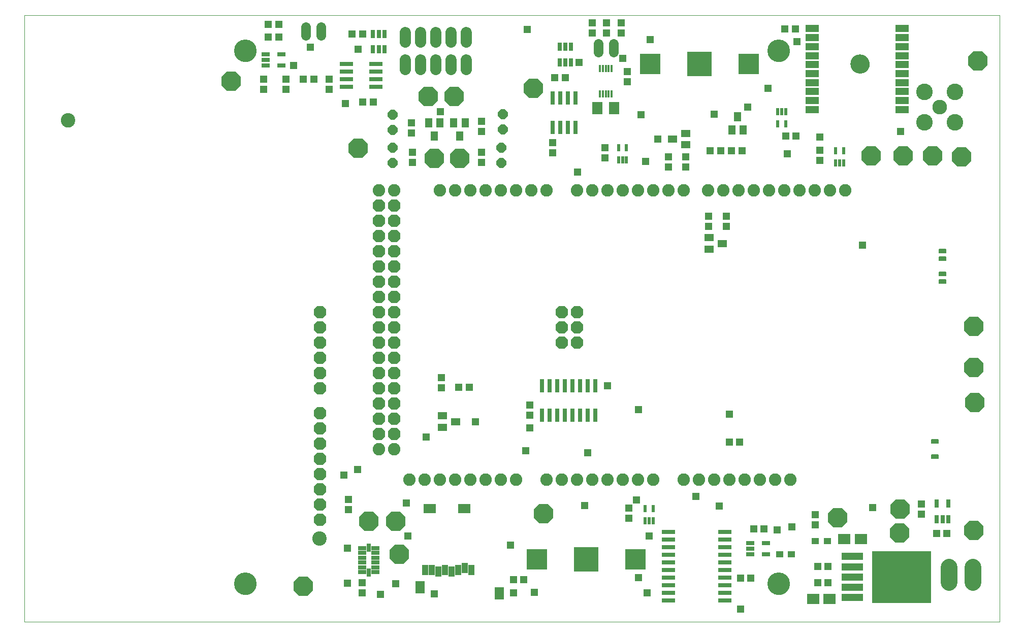
<source format=gts>
G75*
%MOIN*%
%OFA0B0*%
%FSLAX25Y25*%
%IPPOS*%
%LPD*%
%AMOC8*
5,1,8,0,0,1.08239X$1,22.5*
%
%ADD10C,0.00000*%
%ADD11C,0.14800*%
%ADD12R,0.05800X0.03000*%
%ADD13R,0.04737X0.03950*%
%ADD14C,0.10839*%
%ADD15R,0.04737X0.05131*%
%ADD16OC8,0.12800*%
%ADD17R,0.38595X0.34265*%
%ADD18R,0.14186X0.04737*%
%ADD19R,0.05131X0.04737*%
%ADD20R,0.08595X0.02887*%
%ADD21R,0.16154X0.16154*%
%ADD22R,0.13398X0.13398*%
%ADD23R,0.08477X0.06706*%
%ADD24R,0.07887X0.06312*%
%ADD25R,0.06312X0.08280*%
%ADD26R,0.03950X0.06706*%
%ADD27C,0.08200*%
%ADD28OC8,0.08200*%
%ADD29C,0.00560*%
%ADD30C,0.09461*%
%ADD31R,0.02965X0.05524*%
%ADD32R,0.05328X0.02965*%
%ADD33R,0.02965X0.05328*%
%ADD34R,0.02800X0.08600*%
%ADD35R,0.02200X0.04800*%
%ADD36R,0.08674X0.04737*%
%ADD37C,0.12611*%
%ADD38C,0.09650*%
%ADD39C,0.10850*%
%ADD40R,0.04737X0.06312*%
%ADD41OC8,0.06400*%
%ADD42R,0.03000X0.05800*%
%ADD43R,0.02900X0.08600*%
%ADD44C,0.06400*%
%ADD45C,0.07200*%
%ADD46R,0.08600X0.02900*%
%ADD47R,0.01784X0.04737*%
%ADD48R,0.07099X0.07898*%
%ADD49R,0.06312X0.04737*%
%ADD50R,0.04762X0.04762*%
D10*
X0006800Y0006896D02*
X0006800Y0405396D01*
X0646800Y0405396D01*
X0646800Y0006896D01*
X0006800Y0006896D01*
X0144800Y0031896D02*
X0144802Y0032068D01*
X0144808Y0032239D01*
X0144819Y0032411D01*
X0144834Y0032582D01*
X0144853Y0032753D01*
X0144876Y0032923D01*
X0144903Y0033093D01*
X0144935Y0033262D01*
X0144970Y0033430D01*
X0145010Y0033597D01*
X0145054Y0033763D01*
X0145101Y0033928D01*
X0145153Y0034092D01*
X0145209Y0034254D01*
X0145269Y0034415D01*
X0145333Y0034575D01*
X0145401Y0034733D01*
X0145472Y0034889D01*
X0145547Y0035043D01*
X0145627Y0035196D01*
X0145709Y0035346D01*
X0145796Y0035495D01*
X0145886Y0035641D01*
X0145980Y0035785D01*
X0146077Y0035927D01*
X0146178Y0036066D01*
X0146282Y0036203D01*
X0146389Y0036337D01*
X0146500Y0036468D01*
X0146613Y0036597D01*
X0146730Y0036723D01*
X0146850Y0036846D01*
X0146973Y0036966D01*
X0147099Y0037083D01*
X0147228Y0037196D01*
X0147359Y0037307D01*
X0147493Y0037414D01*
X0147630Y0037518D01*
X0147769Y0037619D01*
X0147911Y0037716D01*
X0148055Y0037810D01*
X0148201Y0037900D01*
X0148350Y0037987D01*
X0148500Y0038069D01*
X0148653Y0038149D01*
X0148807Y0038224D01*
X0148963Y0038295D01*
X0149121Y0038363D01*
X0149281Y0038427D01*
X0149442Y0038487D01*
X0149604Y0038543D01*
X0149768Y0038595D01*
X0149933Y0038642D01*
X0150099Y0038686D01*
X0150266Y0038726D01*
X0150434Y0038761D01*
X0150603Y0038793D01*
X0150773Y0038820D01*
X0150943Y0038843D01*
X0151114Y0038862D01*
X0151285Y0038877D01*
X0151457Y0038888D01*
X0151628Y0038894D01*
X0151800Y0038896D01*
X0151972Y0038894D01*
X0152143Y0038888D01*
X0152315Y0038877D01*
X0152486Y0038862D01*
X0152657Y0038843D01*
X0152827Y0038820D01*
X0152997Y0038793D01*
X0153166Y0038761D01*
X0153334Y0038726D01*
X0153501Y0038686D01*
X0153667Y0038642D01*
X0153832Y0038595D01*
X0153996Y0038543D01*
X0154158Y0038487D01*
X0154319Y0038427D01*
X0154479Y0038363D01*
X0154637Y0038295D01*
X0154793Y0038224D01*
X0154947Y0038149D01*
X0155100Y0038069D01*
X0155250Y0037987D01*
X0155399Y0037900D01*
X0155545Y0037810D01*
X0155689Y0037716D01*
X0155831Y0037619D01*
X0155970Y0037518D01*
X0156107Y0037414D01*
X0156241Y0037307D01*
X0156372Y0037196D01*
X0156501Y0037083D01*
X0156627Y0036966D01*
X0156750Y0036846D01*
X0156870Y0036723D01*
X0156987Y0036597D01*
X0157100Y0036468D01*
X0157211Y0036337D01*
X0157318Y0036203D01*
X0157422Y0036066D01*
X0157523Y0035927D01*
X0157620Y0035785D01*
X0157714Y0035641D01*
X0157804Y0035495D01*
X0157891Y0035346D01*
X0157973Y0035196D01*
X0158053Y0035043D01*
X0158128Y0034889D01*
X0158199Y0034733D01*
X0158267Y0034575D01*
X0158331Y0034415D01*
X0158391Y0034254D01*
X0158447Y0034092D01*
X0158499Y0033928D01*
X0158546Y0033763D01*
X0158590Y0033597D01*
X0158630Y0033430D01*
X0158665Y0033262D01*
X0158697Y0033093D01*
X0158724Y0032923D01*
X0158747Y0032753D01*
X0158766Y0032582D01*
X0158781Y0032411D01*
X0158792Y0032239D01*
X0158798Y0032068D01*
X0158800Y0031896D01*
X0158798Y0031724D01*
X0158792Y0031553D01*
X0158781Y0031381D01*
X0158766Y0031210D01*
X0158747Y0031039D01*
X0158724Y0030869D01*
X0158697Y0030699D01*
X0158665Y0030530D01*
X0158630Y0030362D01*
X0158590Y0030195D01*
X0158546Y0030029D01*
X0158499Y0029864D01*
X0158447Y0029700D01*
X0158391Y0029538D01*
X0158331Y0029377D01*
X0158267Y0029217D01*
X0158199Y0029059D01*
X0158128Y0028903D01*
X0158053Y0028749D01*
X0157973Y0028596D01*
X0157891Y0028446D01*
X0157804Y0028297D01*
X0157714Y0028151D01*
X0157620Y0028007D01*
X0157523Y0027865D01*
X0157422Y0027726D01*
X0157318Y0027589D01*
X0157211Y0027455D01*
X0157100Y0027324D01*
X0156987Y0027195D01*
X0156870Y0027069D01*
X0156750Y0026946D01*
X0156627Y0026826D01*
X0156501Y0026709D01*
X0156372Y0026596D01*
X0156241Y0026485D01*
X0156107Y0026378D01*
X0155970Y0026274D01*
X0155831Y0026173D01*
X0155689Y0026076D01*
X0155545Y0025982D01*
X0155399Y0025892D01*
X0155250Y0025805D01*
X0155100Y0025723D01*
X0154947Y0025643D01*
X0154793Y0025568D01*
X0154637Y0025497D01*
X0154479Y0025429D01*
X0154319Y0025365D01*
X0154158Y0025305D01*
X0153996Y0025249D01*
X0153832Y0025197D01*
X0153667Y0025150D01*
X0153501Y0025106D01*
X0153334Y0025066D01*
X0153166Y0025031D01*
X0152997Y0024999D01*
X0152827Y0024972D01*
X0152657Y0024949D01*
X0152486Y0024930D01*
X0152315Y0024915D01*
X0152143Y0024904D01*
X0151972Y0024898D01*
X0151800Y0024896D01*
X0151628Y0024898D01*
X0151457Y0024904D01*
X0151285Y0024915D01*
X0151114Y0024930D01*
X0150943Y0024949D01*
X0150773Y0024972D01*
X0150603Y0024999D01*
X0150434Y0025031D01*
X0150266Y0025066D01*
X0150099Y0025106D01*
X0149933Y0025150D01*
X0149768Y0025197D01*
X0149604Y0025249D01*
X0149442Y0025305D01*
X0149281Y0025365D01*
X0149121Y0025429D01*
X0148963Y0025497D01*
X0148807Y0025568D01*
X0148653Y0025643D01*
X0148500Y0025723D01*
X0148350Y0025805D01*
X0148201Y0025892D01*
X0148055Y0025982D01*
X0147911Y0026076D01*
X0147769Y0026173D01*
X0147630Y0026274D01*
X0147493Y0026378D01*
X0147359Y0026485D01*
X0147228Y0026596D01*
X0147099Y0026709D01*
X0146973Y0026826D01*
X0146850Y0026946D01*
X0146730Y0027069D01*
X0146613Y0027195D01*
X0146500Y0027324D01*
X0146389Y0027455D01*
X0146282Y0027589D01*
X0146178Y0027726D01*
X0146077Y0027865D01*
X0145980Y0028007D01*
X0145886Y0028151D01*
X0145796Y0028297D01*
X0145709Y0028446D01*
X0145627Y0028596D01*
X0145547Y0028749D01*
X0145472Y0028903D01*
X0145401Y0029059D01*
X0145333Y0029217D01*
X0145269Y0029377D01*
X0145209Y0029538D01*
X0145153Y0029700D01*
X0145101Y0029864D01*
X0145054Y0030029D01*
X0145010Y0030195D01*
X0144970Y0030362D01*
X0144935Y0030530D01*
X0144903Y0030699D01*
X0144876Y0030869D01*
X0144853Y0031039D01*
X0144834Y0031210D01*
X0144819Y0031381D01*
X0144808Y0031553D01*
X0144802Y0031724D01*
X0144800Y0031896D01*
X0195989Y0061739D02*
X0195991Y0061870D01*
X0195997Y0062002D01*
X0196007Y0062133D01*
X0196021Y0062264D01*
X0196039Y0062394D01*
X0196061Y0062523D01*
X0196086Y0062652D01*
X0196116Y0062780D01*
X0196150Y0062907D01*
X0196187Y0063034D01*
X0196228Y0063158D01*
X0196273Y0063282D01*
X0196322Y0063404D01*
X0196374Y0063525D01*
X0196430Y0063643D01*
X0196490Y0063761D01*
X0196553Y0063876D01*
X0196620Y0063989D01*
X0196690Y0064101D01*
X0196763Y0064210D01*
X0196839Y0064316D01*
X0196919Y0064421D01*
X0197002Y0064523D01*
X0197088Y0064622D01*
X0197177Y0064719D01*
X0197269Y0064813D01*
X0197364Y0064904D01*
X0197461Y0064993D01*
X0197561Y0065078D01*
X0197664Y0065160D01*
X0197769Y0065239D01*
X0197876Y0065315D01*
X0197986Y0065387D01*
X0198098Y0065456D01*
X0198212Y0065522D01*
X0198327Y0065584D01*
X0198445Y0065643D01*
X0198564Y0065698D01*
X0198685Y0065750D01*
X0198808Y0065797D01*
X0198932Y0065841D01*
X0199057Y0065882D01*
X0199183Y0065918D01*
X0199311Y0065951D01*
X0199439Y0065979D01*
X0199568Y0066004D01*
X0199698Y0066025D01*
X0199828Y0066042D01*
X0199959Y0066055D01*
X0200090Y0066064D01*
X0200221Y0066069D01*
X0200353Y0066070D01*
X0200484Y0066067D01*
X0200616Y0066060D01*
X0200747Y0066049D01*
X0200877Y0066034D01*
X0201007Y0066015D01*
X0201137Y0065992D01*
X0201265Y0065966D01*
X0201393Y0065935D01*
X0201520Y0065900D01*
X0201646Y0065862D01*
X0201770Y0065820D01*
X0201894Y0065774D01*
X0202015Y0065724D01*
X0202135Y0065671D01*
X0202254Y0065614D01*
X0202371Y0065554D01*
X0202485Y0065490D01*
X0202598Y0065422D01*
X0202709Y0065351D01*
X0202818Y0065277D01*
X0202924Y0065200D01*
X0203028Y0065119D01*
X0203129Y0065036D01*
X0203228Y0064949D01*
X0203324Y0064859D01*
X0203417Y0064766D01*
X0203508Y0064671D01*
X0203595Y0064573D01*
X0203680Y0064472D01*
X0203761Y0064369D01*
X0203839Y0064263D01*
X0203914Y0064155D01*
X0203986Y0064045D01*
X0204054Y0063933D01*
X0204119Y0063819D01*
X0204180Y0063702D01*
X0204238Y0063584D01*
X0204292Y0063464D01*
X0204343Y0063343D01*
X0204390Y0063220D01*
X0204433Y0063096D01*
X0204472Y0062971D01*
X0204508Y0062844D01*
X0204539Y0062716D01*
X0204567Y0062588D01*
X0204591Y0062459D01*
X0204611Y0062329D01*
X0204627Y0062198D01*
X0204639Y0062067D01*
X0204647Y0061936D01*
X0204651Y0061805D01*
X0204651Y0061673D01*
X0204647Y0061542D01*
X0204639Y0061411D01*
X0204627Y0061280D01*
X0204611Y0061149D01*
X0204591Y0061019D01*
X0204567Y0060890D01*
X0204539Y0060762D01*
X0204508Y0060634D01*
X0204472Y0060507D01*
X0204433Y0060382D01*
X0204390Y0060258D01*
X0204343Y0060135D01*
X0204292Y0060014D01*
X0204238Y0059894D01*
X0204180Y0059776D01*
X0204119Y0059659D01*
X0204054Y0059545D01*
X0203986Y0059433D01*
X0203914Y0059323D01*
X0203839Y0059215D01*
X0203761Y0059109D01*
X0203680Y0059006D01*
X0203595Y0058905D01*
X0203508Y0058807D01*
X0203417Y0058712D01*
X0203324Y0058619D01*
X0203228Y0058529D01*
X0203129Y0058442D01*
X0203028Y0058359D01*
X0202924Y0058278D01*
X0202818Y0058201D01*
X0202709Y0058127D01*
X0202598Y0058056D01*
X0202486Y0057988D01*
X0202371Y0057924D01*
X0202254Y0057864D01*
X0202135Y0057807D01*
X0202015Y0057754D01*
X0201894Y0057704D01*
X0201770Y0057658D01*
X0201646Y0057616D01*
X0201520Y0057578D01*
X0201393Y0057543D01*
X0201265Y0057512D01*
X0201137Y0057486D01*
X0201007Y0057463D01*
X0200877Y0057444D01*
X0200747Y0057429D01*
X0200616Y0057418D01*
X0200484Y0057411D01*
X0200353Y0057408D01*
X0200221Y0057409D01*
X0200090Y0057414D01*
X0199959Y0057423D01*
X0199828Y0057436D01*
X0199698Y0057453D01*
X0199568Y0057474D01*
X0199439Y0057499D01*
X0199311Y0057527D01*
X0199183Y0057560D01*
X0199057Y0057596D01*
X0198932Y0057637D01*
X0198808Y0057681D01*
X0198685Y0057728D01*
X0198564Y0057780D01*
X0198445Y0057835D01*
X0198327Y0057894D01*
X0198212Y0057956D01*
X0198098Y0058022D01*
X0197986Y0058091D01*
X0197876Y0058163D01*
X0197769Y0058239D01*
X0197664Y0058318D01*
X0197561Y0058400D01*
X0197461Y0058485D01*
X0197364Y0058574D01*
X0197269Y0058665D01*
X0197177Y0058759D01*
X0197088Y0058856D01*
X0197002Y0058955D01*
X0196919Y0059057D01*
X0196839Y0059162D01*
X0196763Y0059268D01*
X0196690Y0059377D01*
X0196620Y0059489D01*
X0196553Y0059602D01*
X0196490Y0059717D01*
X0196430Y0059835D01*
X0196374Y0059953D01*
X0196322Y0060074D01*
X0196273Y0060196D01*
X0196228Y0060320D01*
X0196187Y0060444D01*
X0196150Y0060571D01*
X0196116Y0060698D01*
X0196086Y0060826D01*
X0196061Y0060955D01*
X0196039Y0061084D01*
X0196021Y0061214D01*
X0196007Y0061345D01*
X0195997Y0061476D01*
X0195991Y0061608D01*
X0195989Y0061739D01*
X0494800Y0031896D02*
X0494802Y0032068D01*
X0494808Y0032239D01*
X0494819Y0032411D01*
X0494834Y0032582D01*
X0494853Y0032753D01*
X0494876Y0032923D01*
X0494903Y0033093D01*
X0494935Y0033262D01*
X0494970Y0033430D01*
X0495010Y0033597D01*
X0495054Y0033763D01*
X0495101Y0033928D01*
X0495153Y0034092D01*
X0495209Y0034254D01*
X0495269Y0034415D01*
X0495333Y0034575D01*
X0495401Y0034733D01*
X0495472Y0034889D01*
X0495547Y0035043D01*
X0495627Y0035196D01*
X0495709Y0035346D01*
X0495796Y0035495D01*
X0495886Y0035641D01*
X0495980Y0035785D01*
X0496077Y0035927D01*
X0496178Y0036066D01*
X0496282Y0036203D01*
X0496389Y0036337D01*
X0496500Y0036468D01*
X0496613Y0036597D01*
X0496730Y0036723D01*
X0496850Y0036846D01*
X0496973Y0036966D01*
X0497099Y0037083D01*
X0497228Y0037196D01*
X0497359Y0037307D01*
X0497493Y0037414D01*
X0497630Y0037518D01*
X0497769Y0037619D01*
X0497911Y0037716D01*
X0498055Y0037810D01*
X0498201Y0037900D01*
X0498350Y0037987D01*
X0498500Y0038069D01*
X0498653Y0038149D01*
X0498807Y0038224D01*
X0498963Y0038295D01*
X0499121Y0038363D01*
X0499281Y0038427D01*
X0499442Y0038487D01*
X0499604Y0038543D01*
X0499768Y0038595D01*
X0499933Y0038642D01*
X0500099Y0038686D01*
X0500266Y0038726D01*
X0500434Y0038761D01*
X0500603Y0038793D01*
X0500773Y0038820D01*
X0500943Y0038843D01*
X0501114Y0038862D01*
X0501285Y0038877D01*
X0501457Y0038888D01*
X0501628Y0038894D01*
X0501800Y0038896D01*
X0501972Y0038894D01*
X0502143Y0038888D01*
X0502315Y0038877D01*
X0502486Y0038862D01*
X0502657Y0038843D01*
X0502827Y0038820D01*
X0502997Y0038793D01*
X0503166Y0038761D01*
X0503334Y0038726D01*
X0503501Y0038686D01*
X0503667Y0038642D01*
X0503832Y0038595D01*
X0503996Y0038543D01*
X0504158Y0038487D01*
X0504319Y0038427D01*
X0504479Y0038363D01*
X0504637Y0038295D01*
X0504793Y0038224D01*
X0504947Y0038149D01*
X0505100Y0038069D01*
X0505250Y0037987D01*
X0505399Y0037900D01*
X0505545Y0037810D01*
X0505689Y0037716D01*
X0505831Y0037619D01*
X0505970Y0037518D01*
X0506107Y0037414D01*
X0506241Y0037307D01*
X0506372Y0037196D01*
X0506501Y0037083D01*
X0506627Y0036966D01*
X0506750Y0036846D01*
X0506870Y0036723D01*
X0506987Y0036597D01*
X0507100Y0036468D01*
X0507211Y0036337D01*
X0507318Y0036203D01*
X0507422Y0036066D01*
X0507523Y0035927D01*
X0507620Y0035785D01*
X0507714Y0035641D01*
X0507804Y0035495D01*
X0507891Y0035346D01*
X0507973Y0035196D01*
X0508053Y0035043D01*
X0508128Y0034889D01*
X0508199Y0034733D01*
X0508267Y0034575D01*
X0508331Y0034415D01*
X0508391Y0034254D01*
X0508447Y0034092D01*
X0508499Y0033928D01*
X0508546Y0033763D01*
X0508590Y0033597D01*
X0508630Y0033430D01*
X0508665Y0033262D01*
X0508697Y0033093D01*
X0508724Y0032923D01*
X0508747Y0032753D01*
X0508766Y0032582D01*
X0508781Y0032411D01*
X0508792Y0032239D01*
X0508798Y0032068D01*
X0508800Y0031896D01*
X0508798Y0031724D01*
X0508792Y0031553D01*
X0508781Y0031381D01*
X0508766Y0031210D01*
X0508747Y0031039D01*
X0508724Y0030869D01*
X0508697Y0030699D01*
X0508665Y0030530D01*
X0508630Y0030362D01*
X0508590Y0030195D01*
X0508546Y0030029D01*
X0508499Y0029864D01*
X0508447Y0029700D01*
X0508391Y0029538D01*
X0508331Y0029377D01*
X0508267Y0029217D01*
X0508199Y0029059D01*
X0508128Y0028903D01*
X0508053Y0028749D01*
X0507973Y0028596D01*
X0507891Y0028446D01*
X0507804Y0028297D01*
X0507714Y0028151D01*
X0507620Y0028007D01*
X0507523Y0027865D01*
X0507422Y0027726D01*
X0507318Y0027589D01*
X0507211Y0027455D01*
X0507100Y0027324D01*
X0506987Y0027195D01*
X0506870Y0027069D01*
X0506750Y0026946D01*
X0506627Y0026826D01*
X0506501Y0026709D01*
X0506372Y0026596D01*
X0506241Y0026485D01*
X0506107Y0026378D01*
X0505970Y0026274D01*
X0505831Y0026173D01*
X0505689Y0026076D01*
X0505545Y0025982D01*
X0505399Y0025892D01*
X0505250Y0025805D01*
X0505100Y0025723D01*
X0504947Y0025643D01*
X0504793Y0025568D01*
X0504637Y0025497D01*
X0504479Y0025429D01*
X0504319Y0025365D01*
X0504158Y0025305D01*
X0503996Y0025249D01*
X0503832Y0025197D01*
X0503667Y0025150D01*
X0503501Y0025106D01*
X0503334Y0025066D01*
X0503166Y0025031D01*
X0502997Y0024999D01*
X0502827Y0024972D01*
X0502657Y0024949D01*
X0502486Y0024930D01*
X0502315Y0024915D01*
X0502143Y0024904D01*
X0501972Y0024898D01*
X0501800Y0024896D01*
X0501628Y0024898D01*
X0501457Y0024904D01*
X0501285Y0024915D01*
X0501114Y0024930D01*
X0500943Y0024949D01*
X0500773Y0024972D01*
X0500603Y0024999D01*
X0500434Y0025031D01*
X0500266Y0025066D01*
X0500099Y0025106D01*
X0499933Y0025150D01*
X0499768Y0025197D01*
X0499604Y0025249D01*
X0499442Y0025305D01*
X0499281Y0025365D01*
X0499121Y0025429D01*
X0498963Y0025497D01*
X0498807Y0025568D01*
X0498653Y0025643D01*
X0498500Y0025723D01*
X0498350Y0025805D01*
X0498201Y0025892D01*
X0498055Y0025982D01*
X0497911Y0026076D01*
X0497769Y0026173D01*
X0497630Y0026274D01*
X0497493Y0026378D01*
X0497359Y0026485D01*
X0497228Y0026596D01*
X0497099Y0026709D01*
X0496973Y0026826D01*
X0496850Y0026946D01*
X0496730Y0027069D01*
X0496613Y0027195D01*
X0496500Y0027324D01*
X0496389Y0027455D01*
X0496282Y0027589D01*
X0496178Y0027726D01*
X0496077Y0027865D01*
X0495980Y0028007D01*
X0495886Y0028151D01*
X0495796Y0028297D01*
X0495709Y0028446D01*
X0495627Y0028596D01*
X0495547Y0028749D01*
X0495472Y0028903D01*
X0495401Y0029059D01*
X0495333Y0029217D01*
X0495269Y0029377D01*
X0495209Y0029538D01*
X0495153Y0029700D01*
X0495101Y0029864D01*
X0495054Y0030029D01*
X0495010Y0030195D01*
X0494970Y0030362D01*
X0494935Y0030530D01*
X0494903Y0030699D01*
X0494876Y0030869D01*
X0494853Y0031039D01*
X0494834Y0031210D01*
X0494819Y0031381D01*
X0494808Y0031553D01*
X0494802Y0031724D01*
X0494800Y0031896D01*
X0031028Y0336148D02*
X0031030Y0336279D01*
X0031036Y0336411D01*
X0031046Y0336542D01*
X0031060Y0336673D01*
X0031078Y0336803D01*
X0031100Y0336932D01*
X0031125Y0337061D01*
X0031155Y0337189D01*
X0031189Y0337316D01*
X0031226Y0337443D01*
X0031267Y0337567D01*
X0031312Y0337691D01*
X0031361Y0337813D01*
X0031413Y0337934D01*
X0031469Y0338052D01*
X0031529Y0338170D01*
X0031592Y0338285D01*
X0031659Y0338398D01*
X0031729Y0338510D01*
X0031802Y0338619D01*
X0031878Y0338725D01*
X0031958Y0338830D01*
X0032041Y0338932D01*
X0032127Y0339031D01*
X0032216Y0339128D01*
X0032308Y0339222D01*
X0032403Y0339313D01*
X0032500Y0339402D01*
X0032600Y0339487D01*
X0032703Y0339569D01*
X0032808Y0339648D01*
X0032915Y0339724D01*
X0033025Y0339796D01*
X0033137Y0339865D01*
X0033251Y0339931D01*
X0033366Y0339993D01*
X0033484Y0340052D01*
X0033603Y0340107D01*
X0033724Y0340159D01*
X0033847Y0340206D01*
X0033971Y0340250D01*
X0034096Y0340291D01*
X0034222Y0340327D01*
X0034350Y0340360D01*
X0034478Y0340388D01*
X0034607Y0340413D01*
X0034737Y0340434D01*
X0034867Y0340451D01*
X0034998Y0340464D01*
X0035129Y0340473D01*
X0035260Y0340478D01*
X0035392Y0340479D01*
X0035523Y0340476D01*
X0035655Y0340469D01*
X0035786Y0340458D01*
X0035916Y0340443D01*
X0036046Y0340424D01*
X0036176Y0340401D01*
X0036304Y0340375D01*
X0036432Y0340344D01*
X0036559Y0340309D01*
X0036685Y0340271D01*
X0036809Y0340229D01*
X0036933Y0340183D01*
X0037054Y0340133D01*
X0037174Y0340080D01*
X0037293Y0340023D01*
X0037410Y0339963D01*
X0037524Y0339899D01*
X0037637Y0339831D01*
X0037748Y0339760D01*
X0037857Y0339686D01*
X0037963Y0339609D01*
X0038067Y0339528D01*
X0038168Y0339445D01*
X0038267Y0339358D01*
X0038363Y0339268D01*
X0038456Y0339175D01*
X0038547Y0339080D01*
X0038634Y0338982D01*
X0038719Y0338881D01*
X0038800Y0338778D01*
X0038878Y0338672D01*
X0038953Y0338564D01*
X0039025Y0338454D01*
X0039093Y0338342D01*
X0039158Y0338228D01*
X0039219Y0338111D01*
X0039277Y0337993D01*
X0039331Y0337873D01*
X0039382Y0337752D01*
X0039429Y0337629D01*
X0039472Y0337505D01*
X0039511Y0337380D01*
X0039547Y0337253D01*
X0039578Y0337125D01*
X0039606Y0336997D01*
X0039630Y0336868D01*
X0039650Y0336738D01*
X0039666Y0336607D01*
X0039678Y0336476D01*
X0039686Y0336345D01*
X0039690Y0336214D01*
X0039690Y0336082D01*
X0039686Y0335951D01*
X0039678Y0335820D01*
X0039666Y0335689D01*
X0039650Y0335558D01*
X0039630Y0335428D01*
X0039606Y0335299D01*
X0039578Y0335171D01*
X0039547Y0335043D01*
X0039511Y0334916D01*
X0039472Y0334791D01*
X0039429Y0334667D01*
X0039382Y0334544D01*
X0039331Y0334423D01*
X0039277Y0334303D01*
X0039219Y0334185D01*
X0039158Y0334068D01*
X0039093Y0333954D01*
X0039025Y0333842D01*
X0038953Y0333732D01*
X0038878Y0333624D01*
X0038800Y0333518D01*
X0038719Y0333415D01*
X0038634Y0333314D01*
X0038547Y0333216D01*
X0038456Y0333121D01*
X0038363Y0333028D01*
X0038267Y0332938D01*
X0038168Y0332851D01*
X0038067Y0332768D01*
X0037963Y0332687D01*
X0037857Y0332610D01*
X0037748Y0332536D01*
X0037637Y0332465D01*
X0037525Y0332397D01*
X0037410Y0332333D01*
X0037293Y0332273D01*
X0037174Y0332216D01*
X0037054Y0332163D01*
X0036933Y0332113D01*
X0036809Y0332067D01*
X0036685Y0332025D01*
X0036559Y0331987D01*
X0036432Y0331952D01*
X0036304Y0331921D01*
X0036176Y0331895D01*
X0036046Y0331872D01*
X0035916Y0331853D01*
X0035786Y0331838D01*
X0035655Y0331827D01*
X0035523Y0331820D01*
X0035392Y0331817D01*
X0035260Y0331818D01*
X0035129Y0331823D01*
X0034998Y0331832D01*
X0034867Y0331845D01*
X0034737Y0331862D01*
X0034607Y0331883D01*
X0034478Y0331908D01*
X0034350Y0331936D01*
X0034222Y0331969D01*
X0034096Y0332005D01*
X0033971Y0332046D01*
X0033847Y0332090D01*
X0033724Y0332137D01*
X0033603Y0332189D01*
X0033484Y0332244D01*
X0033366Y0332303D01*
X0033251Y0332365D01*
X0033137Y0332431D01*
X0033025Y0332500D01*
X0032915Y0332572D01*
X0032808Y0332648D01*
X0032703Y0332727D01*
X0032600Y0332809D01*
X0032500Y0332894D01*
X0032403Y0332983D01*
X0032308Y0333074D01*
X0032216Y0333168D01*
X0032127Y0333265D01*
X0032041Y0333364D01*
X0031958Y0333466D01*
X0031878Y0333571D01*
X0031802Y0333677D01*
X0031729Y0333786D01*
X0031659Y0333898D01*
X0031592Y0334011D01*
X0031529Y0334126D01*
X0031469Y0334244D01*
X0031413Y0334362D01*
X0031361Y0334483D01*
X0031312Y0334605D01*
X0031267Y0334729D01*
X0031226Y0334853D01*
X0031189Y0334980D01*
X0031155Y0335107D01*
X0031125Y0335235D01*
X0031100Y0335364D01*
X0031078Y0335493D01*
X0031060Y0335623D01*
X0031046Y0335754D01*
X0031036Y0335885D01*
X0031030Y0336017D01*
X0031028Y0336148D01*
X0144800Y0381896D02*
X0144802Y0382068D01*
X0144808Y0382239D01*
X0144819Y0382411D01*
X0144834Y0382582D01*
X0144853Y0382753D01*
X0144876Y0382923D01*
X0144903Y0383093D01*
X0144935Y0383262D01*
X0144970Y0383430D01*
X0145010Y0383597D01*
X0145054Y0383763D01*
X0145101Y0383928D01*
X0145153Y0384092D01*
X0145209Y0384254D01*
X0145269Y0384415D01*
X0145333Y0384575D01*
X0145401Y0384733D01*
X0145472Y0384889D01*
X0145547Y0385043D01*
X0145627Y0385196D01*
X0145709Y0385346D01*
X0145796Y0385495D01*
X0145886Y0385641D01*
X0145980Y0385785D01*
X0146077Y0385927D01*
X0146178Y0386066D01*
X0146282Y0386203D01*
X0146389Y0386337D01*
X0146500Y0386468D01*
X0146613Y0386597D01*
X0146730Y0386723D01*
X0146850Y0386846D01*
X0146973Y0386966D01*
X0147099Y0387083D01*
X0147228Y0387196D01*
X0147359Y0387307D01*
X0147493Y0387414D01*
X0147630Y0387518D01*
X0147769Y0387619D01*
X0147911Y0387716D01*
X0148055Y0387810D01*
X0148201Y0387900D01*
X0148350Y0387987D01*
X0148500Y0388069D01*
X0148653Y0388149D01*
X0148807Y0388224D01*
X0148963Y0388295D01*
X0149121Y0388363D01*
X0149281Y0388427D01*
X0149442Y0388487D01*
X0149604Y0388543D01*
X0149768Y0388595D01*
X0149933Y0388642D01*
X0150099Y0388686D01*
X0150266Y0388726D01*
X0150434Y0388761D01*
X0150603Y0388793D01*
X0150773Y0388820D01*
X0150943Y0388843D01*
X0151114Y0388862D01*
X0151285Y0388877D01*
X0151457Y0388888D01*
X0151628Y0388894D01*
X0151800Y0388896D01*
X0151972Y0388894D01*
X0152143Y0388888D01*
X0152315Y0388877D01*
X0152486Y0388862D01*
X0152657Y0388843D01*
X0152827Y0388820D01*
X0152997Y0388793D01*
X0153166Y0388761D01*
X0153334Y0388726D01*
X0153501Y0388686D01*
X0153667Y0388642D01*
X0153832Y0388595D01*
X0153996Y0388543D01*
X0154158Y0388487D01*
X0154319Y0388427D01*
X0154479Y0388363D01*
X0154637Y0388295D01*
X0154793Y0388224D01*
X0154947Y0388149D01*
X0155100Y0388069D01*
X0155250Y0387987D01*
X0155399Y0387900D01*
X0155545Y0387810D01*
X0155689Y0387716D01*
X0155831Y0387619D01*
X0155970Y0387518D01*
X0156107Y0387414D01*
X0156241Y0387307D01*
X0156372Y0387196D01*
X0156501Y0387083D01*
X0156627Y0386966D01*
X0156750Y0386846D01*
X0156870Y0386723D01*
X0156987Y0386597D01*
X0157100Y0386468D01*
X0157211Y0386337D01*
X0157318Y0386203D01*
X0157422Y0386066D01*
X0157523Y0385927D01*
X0157620Y0385785D01*
X0157714Y0385641D01*
X0157804Y0385495D01*
X0157891Y0385346D01*
X0157973Y0385196D01*
X0158053Y0385043D01*
X0158128Y0384889D01*
X0158199Y0384733D01*
X0158267Y0384575D01*
X0158331Y0384415D01*
X0158391Y0384254D01*
X0158447Y0384092D01*
X0158499Y0383928D01*
X0158546Y0383763D01*
X0158590Y0383597D01*
X0158630Y0383430D01*
X0158665Y0383262D01*
X0158697Y0383093D01*
X0158724Y0382923D01*
X0158747Y0382753D01*
X0158766Y0382582D01*
X0158781Y0382411D01*
X0158792Y0382239D01*
X0158798Y0382068D01*
X0158800Y0381896D01*
X0158798Y0381724D01*
X0158792Y0381553D01*
X0158781Y0381381D01*
X0158766Y0381210D01*
X0158747Y0381039D01*
X0158724Y0380869D01*
X0158697Y0380699D01*
X0158665Y0380530D01*
X0158630Y0380362D01*
X0158590Y0380195D01*
X0158546Y0380029D01*
X0158499Y0379864D01*
X0158447Y0379700D01*
X0158391Y0379538D01*
X0158331Y0379377D01*
X0158267Y0379217D01*
X0158199Y0379059D01*
X0158128Y0378903D01*
X0158053Y0378749D01*
X0157973Y0378596D01*
X0157891Y0378446D01*
X0157804Y0378297D01*
X0157714Y0378151D01*
X0157620Y0378007D01*
X0157523Y0377865D01*
X0157422Y0377726D01*
X0157318Y0377589D01*
X0157211Y0377455D01*
X0157100Y0377324D01*
X0156987Y0377195D01*
X0156870Y0377069D01*
X0156750Y0376946D01*
X0156627Y0376826D01*
X0156501Y0376709D01*
X0156372Y0376596D01*
X0156241Y0376485D01*
X0156107Y0376378D01*
X0155970Y0376274D01*
X0155831Y0376173D01*
X0155689Y0376076D01*
X0155545Y0375982D01*
X0155399Y0375892D01*
X0155250Y0375805D01*
X0155100Y0375723D01*
X0154947Y0375643D01*
X0154793Y0375568D01*
X0154637Y0375497D01*
X0154479Y0375429D01*
X0154319Y0375365D01*
X0154158Y0375305D01*
X0153996Y0375249D01*
X0153832Y0375197D01*
X0153667Y0375150D01*
X0153501Y0375106D01*
X0153334Y0375066D01*
X0153166Y0375031D01*
X0152997Y0374999D01*
X0152827Y0374972D01*
X0152657Y0374949D01*
X0152486Y0374930D01*
X0152315Y0374915D01*
X0152143Y0374904D01*
X0151972Y0374898D01*
X0151800Y0374896D01*
X0151628Y0374898D01*
X0151457Y0374904D01*
X0151285Y0374915D01*
X0151114Y0374930D01*
X0150943Y0374949D01*
X0150773Y0374972D01*
X0150603Y0374999D01*
X0150434Y0375031D01*
X0150266Y0375066D01*
X0150099Y0375106D01*
X0149933Y0375150D01*
X0149768Y0375197D01*
X0149604Y0375249D01*
X0149442Y0375305D01*
X0149281Y0375365D01*
X0149121Y0375429D01*
X0148963Y0375497D01*
X0148807Y0375568D01*
X0148653Y0375643D01*
X0148500Y0375723D01*
X0148350Y0375805D01*
X0148201Y0375892D01*
X0148055Y0375982D01*
X0147911Y0376076D01*
X0147769Y0376173D01*
X0147630Y0376274D01*
X0147493Y0376378D01*
X0147359Y0376485D01*
X0147228Y0376596D01*
X0147099Y0376709D01*
X0146973Y0376826D01*
X0146850Y0376946D01*
X0146730Y0377069D01*
X0146613Y0377195D01*
X0146500Y0377324D01*
X0146389Y0377455D01*
X0146282Y0377589D01*
X0146178Y0377726D01*
X0146077Y0377865D01*
X0145980Y0378007D01*
X0145886Y0378151D01*
X0145796Y0378297D01*
X0145709Y0378446D01*
X0145627Y0378596D01*
X0145547Y0378749D01*
X0145472Y0378903D01*
X0145401Y0379059D01*
X0145333Y0379217D01*
X0145269Y0379377D01*
X0145209Y0379538D01*
X0145153Y0379700D01*
X0145101Y0379864D01*
X0145054Y0380029D01*
X0145010Y0380195D01*
X0144970Y0380362D01*
X0144935Y0380530D01*
X0144903Y0380699D01*
X0144876Y0380869D01*
X0144853Y0381039D01*
X0144834Y0381210D01*
X0144819Y0381381D01*
X0144808Y0381553D01*
X0144802Y0381724D01*
X0144800Y0381896D01*
X0494800Y0381896D02*
X0494802Y0382068D01*
X0494808Y0382239D01*
X0494819Y0382411D01*
X0494834Y0382582D01*
X0494853Y0382753D01*
X0494876Y0382923D01*
X0494903Y0383093D01*
X0494935Y0383262D01*
X0494970Y0383430D01*
X0495010Y0383597D01*
X0495054Y0383763D01*
X0495101Y0383928D01*
X0495153Y0384092D01*
X0495209Y0384254D01*
X0495269Y0384415D01*
X0495333Y0384575D01*
X0495401Y0384733D01*
X0495472Y0384889D01*
X0495547Y0385043D01*
X0495627Y0385196D01*
X0495709Y0385346D01*
X0495796Y0385495D01*
X0495886Y0385641D01*
X0495980Y0385785D01*
X0496077Y0385927D01*
X0496178Y0386066D01*
X0496282Y0386203D01*
X0496389Y0386337D01*
X0496500Y0386468D01*
X0496613Y0386597D01*
X0496730Y0386723D01*
X0496850Y0386846D01*
X0496973Y0386966D01*
X0497099Y0387083D01*
X0497228Y0387196D01*
X0497359Y0387307D01*
X0497493Y0387414D01*
X0497630Y0387518D01*
X0497769Y0387619D01*
X0497911Y0387716D01*
X0498055Y0387810D01*
X0498201Y0387900D01*
X0498350Y0387987D01*
X0498500Y0388069D01*
X0498653Y0388149D01*
X0498807Y0388224D01*
X0498963Y0388295D01*
X0499121Y0388363D01*
X0499281Y0388427D01*
X0499442Y0388487D01*
X0499604Y0388543D01*
X0499768Y0388595D01*
X0499933Y0388642D01*
X0500099Y0388686D01*
X0500266Y0388726D01*
X0500434Y0388761D01*
X0500603Y0388793D01*
X0500773Y0388820D01*
X0500943Y0388843D01*
X0501114Y0388862D01*
X0501285Y0388877D01*
X0501457Y0388888D01*
X0501628Y0388894D01*
X0501800Y0388896D01*
X0501972Y0388894D01*
X0502143Y0388888D01*
X0502315Y0388877D01*
X0502486Y0388862D01*
X0502657Y0388843D01*
X0502827Y0388820D01*
X0502997Y0388793D01*
X0503166Y0388761D01*
X0503334Y0388726D01*
X0503501Y0388686D01*
X0503667Y0388642D01*
X0503832Y0388595D01*
X0503996Y0388543D01*
X0504158Y0388487D01*
X0504319Y0388427D01*
X0504479Y0388363D01*
X0504637Y0388295D01*
X0504793Y0388224D01*
X0504947Y0388149D01*
X0505100Y0388069D01*
X0505250Y0387987D01*
X0505399Y0387900D01*
X0505545Y0387810D01*
X0505689Y0387716D01*
X0505831Y0387619D01*
X0505970Y0387518D01*
X0506107Y0387414D01*
X0506241Y0387307D01*
X0506372Y0387196D01*
X0506501Y0387083D01*
X0506627Y0386966D01*
X0506750Y0386846D01*
X0506870Y0386723D01*
X0506987Y0386597D01*
X0507100Y0386468D01*
X0507211Y0386337D01*
X0507318Y0386203D01*
X0507422Y0386066D01*
X0507523Y0385927D01*
X0507620Y0385785D01*
X0507714Y0385641D01*
X0507804Y0385495D01*
X0507891Y0385346D01*
X0507973Y0385196D01*
X0508053Y0385043D01*
X0508128Y0384889D01*
X0508199Y0384733D01*
X0508267Y0384575D01*
X0508331Y0384415D01*
X0508391Y0384254D01*
X0508447Y0384092D01*
X0508499Y0383928D01*
X0508546Y0383763D01*
X0508590Y0383597D01*
X0508630Y0383430D01*
X0508665Y0383262D01*
X0508697Y0383093D01*
X0508724Y0382923D01*
X0508747Y0382753D01*
X0508766Y0382582D01*
X0508781Y0382411D01*
X0508792Y0382239D01*
X0508798Y0382068D01*
X0508800Y0381896D01*
X0508798Y0381724D01*
X0508792Y0381553D01*
X0508781Y0381381D01*
X0508766Y0381210D01*
X0508747Y0381039D01*
X0508724Y0380869D01*
X0508697Y0380699D01*
X0508665Y0380530D01*
X0508630Y0380362D01*
X0508590Y0380195D01*
X0508546Y0380029D01*
X0508499Y0379864D01*
X0508447Y0379700D01*
X0508391Y0379538D01*
X0508331Y0379377D01*
X0508267Y0379217D01*
X0508199Y0379059D01*
X0508128Y0378903D01*
X0508053Y0378749D01*
X0507973Y0378596D01*
X0507891Y0378446D01*
X0507804Y0378297D01*
X0507714Y0378151D01*
X0507620Y0378007D01*
X0507523Y0377865D01*
X0507422Y0377726D01*
X0507318Y0377589D01*
X0507211Y0377455D01*
X0507100Y0377324D01*
X0506987Y0377195D01*
X0506870Y0377069D01*
X0506750Y0376946D01*
X0506627Y0376826D01*
X0506501Y0376709D01*
X0506372Y0376596D01*
X0506241Y0376485D01*
X0506107Y0376378D01*
X0505970Y0376274D01*
X0505831Y0376173D01*
X0505689Y0376076D01*
X0505545Y0375982D01*
X0505399Y0375892D01*
X0505250Y0375805D01*
X0505100Y0375723D01*
X0504947Y0375643D01*
X0504793Y0375568D01*
X0504637Y0375497D01*
X0504479Y0375429D01*
X0504319Y0375365D01*
X0504158Y0375305D01*
X0503996Y0375249D01*
X0503832Y0375197D01*
X0503667Y0375150D01*
X0503501Y0375106D01*
X0503334Y0375066D01*
X0503166Y0375031D01*
X0502997Y0374999D01*
X0502827Y0374972D01*
X0502657Y0374949D01*
X0502486Y0374930D01*
X0502315Y0374915D01*
X0502143Y0374904D01*
X0501972Y0374898D01*
X0501800Y0374896D01*
X0501628Y0374898D01*
X0501457Y0374904D01*
X0501285Y0374915D01*
X0501114Y0374930D01*
X0500943Y0374949D01*
X0500773Y0374972D01*
X0500603Y0374999D01*
X0500434Y0375031D01*
X0500266Y0375066D01*
X0500099Y0375106D01*
X0499933Y0375150D01*
X0499768Y0375197D01*
X0499604Y0375249D01*
X0499442Y0375305D01*
X0499281Y0375365D01*
X0499121Y0375429D01*
X0498963Y0375497D01*
X0498807Y0375568D01*
X0498653Y0375643D01*
X0498500Y0375723D01*
X0498350Y0375805D01*
X0498201Y0375892D01*
X0498055Y0375982D01*
X0497911Y0376076D01*
X0497769Y0376173D01*
X0497630Y0376274D01*
X0497493Y0376378D01*
X0497359Y0376485D01*
X0497228Y0376596D01*
X0497099Y0376709D01*
X0496973Y0376826D01*
X0496850Y0376946D01*
X0496730Y0377069D01*
X0496613Y0377195D01*
X0496500Y0377324D01*
X0496389Y0377455D01*
X0496282Y0377589D01*
X0496178Y0377726D01*
X0496077Y0377865D01*
X0495980Y0378007D01*
X0495886Y0378151D01*
X0495796Y0378297D01*
X0495709Y0378446D01*
X0495627Y0378596D01*
X0495547Y0378749D01*
X0495472Y0378903D01*
X0495401Y0379059D01*
X0495333Y0379217D01*
X0495269Y0379377D01*
X0495209Y0379538D01*
X0495153Y0379700D01*
X0495101Y0379864D01*
X0495054Y0380029D01*
X0495010Y0380195D01*
X0494970Y0380362D01*
X0494935Y0380530D01*
X0494903Y0380699D01*
X0494876Y0380869D01*
X0494853Y0381039D01*
X0494834Y0381210D01*
X0494819Y0381381D01*
X0494808Y0381553D01*
X0494802Y0381724D01*
X0494800Y0381896D01*
X0549363Y0373243D02*
X0549365Y0373396D01*
X0549371Y0373550D01*
X0549381Y0373703D01*
X0549395Y0373855D01*
X0549413Y0374008D01*
X0549435Y0374159D01*
X0549460Y0374310D01*
X0549490Y0374461D01*
X0549524Y0374611D01*
X0549561Y0374759D01*
X0549602Y0374907D01*
X0549647Y0375053D01*
X0549696Y0375199D01*
X0549749Y0375343D01*
X0549805Y0375485D01*
X0549865Y0375626D01*
X0549929Y0375766D01*
X0549996Y0375904D01*
X0550067Y0376040D01*
X0550142Y0376174D01*
X0550219Y0376306D01*
X0550301Y0376436D01*
X0550385Y0376564D01*
X0550473Y0376690D01*
X0550564Y0376813D01*
X0550658Y0376934D01*
X0550756Y0377052D01*
X0550856Y0377168D01*
X0550960Y0377281D01*
X0551066Y0377392D01*
X0551175Y0377500D01*
X0551287Y0377605D01*
X0551401Y0377706D01*
X0551519Y0377805D01*
X0551638Y0377901D01*
X0551760Y0377994D01*
X0551885Y0378083D01*
X0552012Y0378170D01*
X0552141Y0378252D01*
X0552272Y0378332D01*
X0552405Y0378408D01*
X0552540Y0378481D01*
X0552677Y0378550D01*
X0552816Y0378615D01*
X0552956Y0378677D01*
X0553098Y0378735D01*
X0553241Y0378790D01*
X0553386Y0378841D01*
X0553532Y0378888D01*
X0553679Y0378931D01*
X0553827Y0378970D01*
X0553976Y0379006D01*
X0554126Y0379037D01*
X0554277Y0379065D01*
X0554428Y0379089D01*
X0554581Y0379109D01*
X0554733Y0379125D01*
X0554886Y0379137D01*
X0555039Y0379145D01*
X0555192Y0379149D01*
X0555346Y0379149D01*
X0555499Y0379145D01*
X0555652Y0379137D01*
X0555805Y0379125D01*
X0555957Y0379109D01*
X0556110Y0379089D01*
X0556261Y0379065D01*
X0556412Y0379037D01*
X0556562Y0379006D01*
X0556711Y0378970D01*
X0556859Y0378931D01*
X0557006Y0378888D01*
X0557152Y0378841D01*
X0557297Y0378790D01*
X0557440Y0378735D01*
X0557582Y0378677D01*
X0557722Y0378615D01*
X0557861Y0378550D01*
X0557998Y0378481D01*
X0558133Y0378408D01*
X0558266Y0378332D01*
X0558397Y0378252D01*
X0558526Y0378170D01*
X0558653Y0378083D01*
X0558778Y0377994D01*
X0558900Y0377901D01*
X0559019Y0377805D01*
X0559137Y0377706D01*
X0559251Y0377605D01*
X0559363Y0377500D01*
X0559472Y0377392D01*
X0559578Y0377281D01*
X0559682Y0377168D01*
X0559782Y0377052D01*
X0559880Y0376934D01*
X0559974Y0376813D01*
X0560065Y0376690D01*
X0560153Y0376564D01*
X0560237Y0376436D01*
X0560319Y0376306D01*
X0560396Y0376174D01*
X0560471Y0376040D01*
X0560542Y0375904D01*
X0560609Y0375766D01*
X0560673Y0375626D01*
X0560733Y0375485D01*
X0560789Y0375343D01*
X0560842Y0375199D01*
X0560891Y0375053D01*
X0560936Y0374907D01*
X0560977Y0374759D01*
X0561014Y0374611D01*
X0561048Y0374461D01*
X0561078Y0374310D01*
X0561103Y0374159D01*
X0561125Y0374008D01*
X0561143Y0373855D01*
X0561157Y0373703D01*
X0561167Y0373550D01*
X0561173Y0373396D01*
X0561175Y0373243D01*
X0561173Y0373090D01*
X0561167Y0372936D01*
X0561157Y0372783D01*
X0561143Y0372631D01*
X0561125Y0372478D01*
X0561103Y0372327D01*
X0561078Y0372176D01*
X0561048Y0372025D01*
X0561014Y0371875D01*
X0560977Y0371727D01*
X0560936Y0371579D01*
X0560891Y0371433D01*
X0560842Y0371287D01*
X0560789Y0371143D01*
X0560733Y0371001D01*
X0560673Y0370860D01*
X0560609Y0370720D01*
X0560542Y0370582D01*
X0560471Y0370446D01*
X0560396Y0370312D01*
X0560319Y0370180D01*
X0560237Y0370050D01*
X0560153Y0369922D01*
X0560065Y0369796D01*
X0559974Y0369673D01*
X0559880Y0369552D01*
X0559782Y0369434D01*
X0559682Y0369318D01*
X0559578Y0369205D01*
X0559472Y0369094D01*
X0559363Y0368986D01*
X0559251Y0368881D01*
X0559137Y0368780D01*
X0559019Y0368681D01*
X0558900Y0368585D01*
X0558778Y0368492D01*
X0558653Y0368403D01*
X0558526Y0368316D01*
X0558397Y0368234D01*
X0558266Y0368154D01*
X0558133Y0368078D01*
X0557998Y0368005D01*
X0557861Y0367936D01*
X0557722Y0367871D01*
X0557582Y0367809D01*
X0557440Y0367751D01*
X0557297Y0367696D01*
X0557152Y0367645D01*
X0557006Y0367598D01*
X0556859Y0367555D01*
X0556711Y0367516D01*
X0556562Y0367480D01*
X0556412Y0367449D01*
X0556261Y0367421D01*
X0556110Y0367397D01*
X0555957Y0367377D01*
X0555805Y0367361D01*
X0555652Y0367349D01*
X0555499Y0367341D01*
X0555346Y0367337D01*
X0555192Y0367337D01*
X0555039Y0367341D01*
X0554886Y0367349D01*
X0554733Y0367361D01*
X0554581Y0367377D01*
X0554428Y0367397D01*
X0554277Y0367421D01*
X0554126Y0367449D01*
X0553976Y0367480D01*
X0553827Y0367516D01*
X0553679Y0367555D01*
X0553532Y0367598D01*
X0553386Y0367645D01*
X0553241Y0367696D01*
X0553098Y0367751D01*
X0552956Y0367809D01*
X0552816Y0367871D01*
X0552677Y0367936D01*
X0552540Y0368005D01*
X0552405Y0368078D01*
X0552272Y0368154D01*
X0552141Y0368234D01*
X0552012Y0368316D01*
X0551885Y0368403D01*
X0551760Y0368492D01*
X0551638Y0368585D01*
X0551519Y0368681D01*
X0551401Y0368780D01*
X0551287Y0368881D01*
X0551175Y0368986D01*
X0551066Y0369094D01*
X0550960Y0369205D01*
X0550856Y0369318D01*
X0550756Y0369434D01*
X0550658Y0369552D01*
X0550564Y0369673D01*
X0550473Y0369796D01*
X0550385Y0369922D01*
X0550301Y0370050D01*
X0550219Y0370180D01*
X0550142Y0370312D01*
X0550067Y0370446D01*
X0549996Y0370582D01*
X0549929Y0370720D01*
X0549865Y0370860D01*
X0549805Y0371001D01*
X0549749Y0371143D01*
X0549696Y0371287D01*
X0549647Y0371433D01*
X0549602Y0371579D01*
X0549561Y0371727D01*
X0549524Y0371875D01*
X0549490Y0372025D01*
X0549460Y0372176D01*
X0549435Y0372327D01*
X0549413Y0372478D01*
X0549395Y0372631D01*
X0549381Y0372783D01*
X0549371Y0372936D01*
X0549365Y0373090D01*
X0549363Y0373243D01*
D11*
X0501800Y0381896D03*
X0151800Y0381896D03*
X0151800Y0031896D03*
X0501800Y0031896D03*
D12*
X0493400Y0051196D03*
X0493400Y0058596D03*
X0483200Y0058596D03*
X0483200Y0054896D03*
X0483200Y0051196D03*
X0175400Y0372196D03*
X0175400Y0379596D03*
X0165200Y0379596D03*
X0165200Y0375896D03*
X0165200Y0372196D03*
D13*
X0525863Y0059896D03*
X0533737Y0059896D03*
X0510237Y0051396D03*
X0502363Y0051396D03*
D14*
X0613505Y0042916D02*
X0613505Y0032876D01*
X0629095Y0032876D02*
X0629095Y0042916D01*
D15*
X0595300Y0077550D03*
X0595300Y0084243D03*
X0534146Y0043146D03*
X0527454Y0043146D03*
X0492146Y0067896D03*
X0485454Y0067896D03*
X0403300Y0075050D03*
X0403300Y0081743D03*
X0338300Y0142550D03*
X0338300Y0149243D03*
X0298646Y0160896D03*
X0291954Y0160896D03*
X0228300Y0032743D03*
X0228300Y0026050D03*
X0387800Y0311550D03*
X0387800Y0318243D03*
X0353300Y0315050D03*
X0353300Y0321743D03*
X0402300Y0361550D03*
X0402300Y0368243D03*
X0456954Y0316396D03*
X0463646Y0316396D03*
X0470954Y0316396D03*
X0477646Y0316396D03*
X0528800Y0316743D03*
X0528800Y0310050D03*
X0206800Y0356550D03*
X0206800Y0363243D03*
X0196646Y0363396D03*
X0189954Y0363396D03*
X0163800Y0363243D03*
X0163800Y0356550D03*
X0166954Y0399396D03*
X0173646Y0399396D03*
D16*
X0142300Y0361896D03*
X0225800Y0317896D03*
X0275800Y0311396D03*
X0292300Y0311396D03*
X0288800Y0351896D03*
X0271800Y0351896D03*
X0340800Y0357396D03*
X0562300Y0312896D03*
X0583300Y0312896D03*
X0602800Y0312896D03*
X0621800Y0312396D03*
X0632300Y0375396D03*
X0629800Y0200896D03*
X0629800Y0173896D03*
X0630300Y0150896D03*
X0581300Y0080896D03*
X0581050Y0065146D03*
X0540550Y0075396D03*
X0629800Y0066896D03*
X0347550Y0077896D03*
X0250300Y0072896D03*
X0232800Y0072896D03*
X0252800Y0051396D03*
X0189800Y0030396D03*
D17*
X0582330Y0036396D03*
D18*
X0550046Y0036396D03*
X0550046Y0029703D03*
X0550046Y0023010D03*
X0550046Y0043089D03*
X0550046Y0049782D03*
D19*
X0534146Y0032646D03*
X0527454Y0032646D03*
X0483396Y0035646D03*
X0476704Y0035646D03*
X0525800Y0070550D03*
X0525800Y0077243D03*
X0476146Y0124896D03*
X0469454Y0124896D03*
X0605454Y0064896D03*
X0612146Y0064896D03*
X0334396Y0034646D03*
X0327704Y0034646D03*
X0219300Y0080550D03*
X0219300Y0087243D03*
X0280300Y0160550D03*
X0280300Y0167243D03*
X0455800Y0266550D03*
X0455800Y0273243D03*
X0467300Y0273243D03*
X0467300Y0266550D03*
X0440800Y0305550D03*
X0440800Y0312243D03*
X0429300Y0312243D03*
X0429300Y0305550D03*
X0506454Y0325896D03*
X0513146Y0325896D03*
X0512646Y0396396D03*
X0505954Y0396396D03*
X0398300Y0393550D03*
X0398300Y0400243D03*
X0388800Y0400243D03*
X0388800Y0393550D03*
X0379300Y0393550D03*
X0379300Y0400243D03*
X0361646Y0364396D03*
X0354954Y0364396D03*
X0306800Y0335743D03*
X0306800Y0329050D03*
X0306800Y0315243D03*
X0306800Y0308550D03*
X0261300Y0308550D03*
X0261300Y0315243D03*
X0260800Y0328050D03*
X0260800Y0334743D03*
X0235646Y0348396D03*
X0228954Y0348396D03*
X0178300Y0356550D03*
X0178300Y0363243D03*
X0173646Y0390896D03*
X0166954Y0390896D03*
X0221954Y0392896D03*
X0228646Y0392896D03*
D20*
X0429605Y0065896D03*
X0429605Y0060896D03*
X0429605Y0055896D03*
X0429605Y0050896D03*
X0429605Y0045896D03*
X0429605Y0040896D03*
X0429605Y0035896D03*
X0429605Y0030896D03*
X0429605Y0025896D03*
X0429605Y0020896D03*
X0466495Y0020896D03*
X0466495Y0025896D03*
X0466495Y0030896D03*
X0466495Y0035896D03*
X0466495Y0040896D03*
X0466495Y0045896D03*
X0466495Y0050896D03*
X0466495Y0055896D03*
X0466495Y0060896D03*
X0466495Y0065896D03*
D21*
X0375550Y0047896D03*
X0449800Y0373396D03*
D22*
X0417517Y0373396D03*
X0482083Y0373396D03*
X0407833Y0047896D03*
X0343267Y0047896D03*
D23*
X0524387Y0021896D03*
X0535213Y0021896D03*
X0544887Y0061396D03*
X0555713Y0061396D03*
D24*
X0295312Y0081321D03*
X0272871Y0081321D03*
D25*
X0266572Y0029550D03*
X0318343Y0025613D03*
D26*
X0299997Y0040770D03*
X0295666Y0042345D03*
X0291335Y0040770D03*
X0287005Y0039983D03*
X0282674Y0040770D03*
X0278343Y0039983D03*
X0274013Y0040770D03*
X0269682Y0040770D03*
D27*
X0269300Y0100396D03*
X0279300Y0100396D03*
X0289300Y0100396D03*
X0299300Y0100396D03*
X0309300Y0100396D03*
X0319300Y0100396D03*
X0329300Y0100396D03*
X0349300Y0100396D03*
X0359300Y0100396D03*
X0369300Y0100396D03*
X0379300Y0100396D03*
X0389300Y0100396D03*
X0399300Y0100396D03*
X0409300Y0100396D03*
X0419300Y0100396D03*
X0439300Y0100396D03*
X0449300Y0100396D03*
X0459300Y0100396D03*
X0469300Y0100396D03*
X0479300Y0100396D03*
X0489300Y0100396D03*
X0499300Y0100396D03*
X0509300Y0100396D03*
X0259300Y0100396D03*
X0249300Y0120396D03*
X0239300Y0120396D03*
X0239300Y0290396D03*
X0249300Y0290396D03*
X0279300Y0290396D03*
X0289300Y0290396D03*
X0299300Y0290396D03*
X0309300Y0290396D03*
X0319300Y0290396D03*
X0329300Y0290396D03*
X0339300Y0290396D03*
X0349300Y0290396D03*
X0369300Y0290396D03*
X0379300Y0290396D03*
X0389300Y0290396D03*
X0399300Y0290396D03*
X0409300Y0290396D03*
X0419300Y0290396D03*
X0429300Y0290396D03*
X0439300Y0290396D03*
X0455300Y0290396D03*
X0465300Y0290396D03*
X0475300Y0290396D03*
X0485300Y0290396D03*
X0495300Y0290396D03*
X0505300Y0290396D03*
X0515300Y0290396D03*
X0525300Y0290396D03*
X0535300Y0290396D03*
X0545300Y0290396D03*
D28*
X0369300Y0210396D03*
X0369300Y0200396D03*
X0369300Y0190396D03*
X0359300Y0190396D03*
X0359300Y0200396D03*
X0359300Y0210396D03*
X0249300Y0210396D03*
X0249300Y0200396D03*
X0249300Y0190396D03*
X0239300Y0190396D03*
X0239300Y0200396D03*
X0239300Y0210396D03*
X0239300Y0220396D03*
X0249300Y0220396D03*
X0249300Y0230396D03*
X0239300Y0230396D03*
X0239300Y0240396D03*
X0249300Y0240396D03*
X0249300Y0250396D03*
X0239300Y0250396D03*
X0239300Y0260396D03*
X0249300Y0260396D03*
X0249300Y0270396D03*
X0239300Y0270396D03*
X0239300Y0280396D03*
X0249300Y0280396D03*
X0200713Y0210361D03*
X0200713Y0200361D03*
X0200713Y0190361D03*
X0200713Y0180361D03*
X0200713Y0170361D03*
X0200713Y0160361D03*
X0200713Y0143943D03*
X0200713Y0133943D03*
X0200713Y0123943D03*
X0200713Y0113943D03*
X0200713Y0103943D03*
X0200713Y0093943D03*
X0200713Y0083943D03*
X0200713Y0073943D03*
X0239300Y0130396D03*
X0249300Y0130396D03*
X0249300Y0140396D03*
X0239300Y0140396D03*
X0239300Y0150396D03*
X0249300Y0150396D03*
X0249300Y0160396D03*
X0239300Y0160396D03*
X0239300Y0170396D03*
X0249300Y0170396D03*
X0249300Y0180396D03*
X0239300Y0180396D03*
D29*
X0602180Y0124276D02*
X0606420Y0124276D01*
X0602180Y0124276D02*
X0602180Y0126516D01*
X0606420Y0126516D01*
X0606420Y0124276D01*
X0606420Y0124835D02*
X0602180Y0124835D01*
X0602180Y0125394D02*
X0606420Y0125394D01*
X0606420Y0125953D02*
X0602180Y0125953D01*
X0602180Y0126512D02*
X0606420Y0126512D01*
X0606420Y0114276D02*
X0602180Y0114276D01*
X0602180Y0116516D01*
X0606420Y0116516D01*
X0606420Y0114276D01*
X0606420Y0114835D02*
X0602180Y0114835D01*
X0602180Y0115394D02*
X0606420Y0115394D01*
X0606420Y0115953D02*
X0602180Y0115953D01*
X0602180Y0116512D02*
X0606420Y0116512D01*
X0607180Y0229276D02*
X0611420Y0229276D01*
X0607180Y0229276D02*
X0607180Y0231516D01*
X0611420Y0231516D01*
X0611420Y0229276D01*
X0611420Y0229835D02*
X0607180Y0229835D01*
X0607180Y0230394D02*
X0611420Y0230394D01*
X0611420Y0230953D02*
X0607180Y0230953D01*
X0607180Y0231512D02*
X0611420Y0231512D01*
X0611420Y0234276D02*
X0607180Y0234276D01*
X0607180Y0236516D01*
X0611420Y0236516D01*
X0611420Y0234276D01*
X0611420Y0234835D02*
X0607180Y0234835D01*
X0607180Y0235394D02*
X0611420Y0235394D01*
X0611420Y0235953D02*
X0607180Y0235953D01*
X0607180Y0236512D02*
X0611420Y0236512D01*
X0611420Y0244276D02*
X0607180Y0244276D01*
X0607180Y0246516D01*
X0611420Y0246516D01*
X0611420Y0244276D01*
X0611420Y0244835D02*
X0607180Y0244835D01*
X0607180Y0245394D02*
X0611420Y0245394D01*
X0611420Y0245953D02*
X0607180Y0245953D01*
X0607180Y0246512D02*
X0611420Y0246512D01*
X0611420Y0249276D02*
X0607180Y0249276D01*
X0607180Y0251516D01*
X0611420Y0251516D01*
X0611420Y0249276D01*
X0611420Y0249835D02*
X0607180Y0249835D01*
X0607180Y0250394D02*
X0611420Y0250394D01*
X0611420Y0250953D02*
X0607180Y0250953D01*
X0607180Y0251512D02*
X0611420Y0251512D01*
D30*
X0200320Y0061739D03*
X0035359Y0336148D03*
D31*
X0605560Y0084514D03*
X0613040Y0084514D03*
X0613040Y0074278D03*
X0609300Y0074278D03*
X0605560Y0074278D03*
D32*
X0237131Y0055270D03*
X0237131Y0052120D03*
X0237131Y0048971D03*
X0237131Y0045821D03*
X0237131Y0042672D03*
X0237131Y0039522D03*
X0228469Y0039522D03*
X0228469Y0042672D03*
X0228469Y0045821D03*
X0228469Y0048971D03*
X0228469Y0052120D03*
X0228469Y0055270D03*
D33*
X0232800Y0055664D03*
X0232800Y0039128D03*
D34*
X0346300Y0142696D03*
X0351300Y0142696D03*
X0356300Y0142696D03*
X0361300Y0142696D03*
X0366300Y0142696D03*
X0371300Y0142696D03*
X0376300Y0142696D03*
X0381300Y0142696D03*
X0381300Y0162096D03*
X0376300Y0162096D03*
X0371300Y0162096D03*
X0366300Y0162096D03*
X0361300Y0162096D03*
X0356300Y0162096D03*
X0351300Y0162096D03*
X0346300Y0162096D03*
D35*
X0414200Y0081396D03*
X0419400Y0081396D03*
X0419400Y0073396D03*
X0416800Y0073396D03*
X0414200Y0073396D03*
X0539200Y0308396D03*
X0541800Y0308396D03*
X0544400Y0308396D03*
X0544400Y0316396D03*
X0539200Y0316396D03*
X0506400Y0333896D03*
X0501200Y0333896D03*
X0501200Y0341896D03*
X0503800Y0341896D03*
X0506400Y0341896D03*
X0401900Y0318396D03*
X0396700Y0318396D03*
X0396700Y0310396D03*
X0399300Y0310396D03*
X0401900Y0310396D03*
D36*
X0523772Y0343321D03*
X0523772Y0349227D03*
X0523772Y0355132D03*
X0523772Y0361038D03*
X0523772Y0366943D03*
X0523772Y0372849D03*
X0523772Y0378754D03*
X0523772Y0384660D03*
X0523772Y0390565D03*
X0523772Y0396471D03*
X0582828Y0396471D03*
X0582828Y0390565D03*
X0582828Y0384660D03*
X0582828Y0378754D03*
X0582828Y0372849D03*
X0582828Y0366943D03*
X0582828Y0361038D03*
X0582828Y0355132D03*
X0582828Y0349227D03*
X0582828Y0343321D03*
D37*
X0555269Y0373243D03*
D38*
X0607300Y0344896D03*
D39*
X0597300Y0334896D03*
X0617300Y0334896D03*
X0617300Y0354896D03*
X0597300Y0354896D03*
D40*
X0478540Y0330065D03*
X0471060Y0330065D03*
X0474800Y0338727D03*
X0296040Y0334727D03*
X0288560Y0334727D03*
X0279540Y0334727D03*
X0272060Y0334727D03*
X0275800Y0326065D03*
X0292300Y0326065D03*
D41*
X0319800Y0318396D03*
X0320800Y0330396D03*
X0320800Y0340396D03*
X0319800Y0308396D03*
X0248300Y0308396D03*
X0248300Y0318396D03*
X0248300Y0329896D03*
X0248300Y0339896D03*
D42*
X0243000Y0382796D03*
X0239300Y0382796D03*
X0235600Y0382796D03*
X0235600Y0392996D03*
X0239300Y0392996D03*
X0243000Y0392996D03*
X0358100Y0384496D03*
X0361800Y0384496D03*
X0365500Y0384496D03*
X0365500Y0374296D03*
X0361800Y0374296D03*
X0358100Y0374296D03*
D43*
X0358300Y0351096D03*
X0353300Y0351096D03*
X0363300Y0351096D03*
X0368300Y0351096D03*
X0368300Y0331696D03*
X0363300Y0331696D03*
X0358300Y0331696D03*
X0353300Y0331696D03*
D44*
X0383300Y0381096D02*
X0383300Y0386696D01*
X0393300Y0386696D02*
X0393300Y0381096D01*
X0201300Y0392096D02*
X0201300Y0397696D01*
X0191300Y0397696D02*
X0191300Y0392096D01*
D45*
X0256800Y0394096D02*
X0256800Y0387696D01*
X0266800Y0387696D02*
X0266800Y0394096D01*
X0276800Y0394096D02*
X0276800Y0387696D01*
X0286800Y0387696D02*
X0286800Y0394096D01*
X0296800Y0394096D02*
X0296800Y0387696D01*
X0296800Y0376096D02*
X0296800Y0369696D01*
X0286800Y0369696D02*
X0286800Y0376096D01*
X0276800Y0376096D02*
X0276800Y0369696D01*
X0266800Y0369696D02*
X0266800Y0376096D01*
X0256800Y0376096D02*
X0256800Y0369696D01*
D46*
X0237500Y0368396D03*
X0237500Y0373396D03*
X0237500Y0363396D03*
X0237500Y0358396D03*
X0218100Y0358396D03*
X0218100Y0363396D03*
X0218100Y0368396D03*
X0218100Y0373396D03*
D47*
X0384363Y0370215D03*
X0386331Y0370215D03*
X0388300Y0370215D03*
X0390269Y0370215D03*
X0392237Y0370215D03*
X0392237Y0353577D03*
X0390269Y0353577D03*
X0388300Y0353577D03*
X0386331Y0353577D03*
X0384363Y0353577D03*
D48*
X0382702Y0344396D03*
X0393898Y0344396D03*
D49*
X0431969Y0323896D03*
X0440631Y0320156D03*
X0440631Y0327636D03*
X0455969Y0259136D03*
X0455969Y0251656D03*
X0464631Y0255396D03*
X0289631Y0138396D03*
X0280969Y0134656D03*
X0280969Y0142136D03*
D50*
X0270300Y0128396D03*
X0302800Y0138396D03*
X0338300Y0134396D03*
X0335800Y0119396D03*
X0376300Y0117896D03*
X0409800Y0146396D03*
X0389300Y0161896D03*
X0469300Y0143396D03*
X0447300Y0089396D03*
X0462800Y0082896D03*
X0500800Y0067396D03*
X0510300Y0069396D03*
X0563300Y0081896D03*
X0476800Y0015396D03*
X0415300Y0025896D03*
X0409800Y0035896D03*
X0416800Y0063396D03*
X0408300Y0086896D03*
X0374300Y0083396D03*
X0325800Y0057396D03*
X0327800Y0025896D03*
X0341300Y0026396D03*
X0275800Y0025396D03*
X0250300Y0031896D03*
X0240300Y0024896D03*
X0218800Y0032396D03*
X0218800Y0055396D03*
X0258300Y0063396D03*
X0257300Y0084896D03*
X0225300Y0106896D03*
X0216300Y0103396D03*
X0369800Y0302396D03*
X0414300Y0309396D03*
X0422300Y0323896D03*
X0411300Y0339896D03*
X0459300Y0340396D03*
X0481300Y0344896D03*
X0494800Y0357396D03*
X0513800Y0387896D03*
X0581800Y0328896D03*
X0528800Y0325396D03*
X0507300Y0314396D03*
X0556800Y0254396D03*
X0370800Y0374396D03*
X0399300Y0376896D03*
X0417300Y0389396D03*
X0336800Y0395896D03*
X0279800Y0341896D03*
X0217300Y0347396D03*
X0183300Y0372396D03*
X0194300Y0384396D03*
X0225800Y0382896D03*
M02*

</source>
